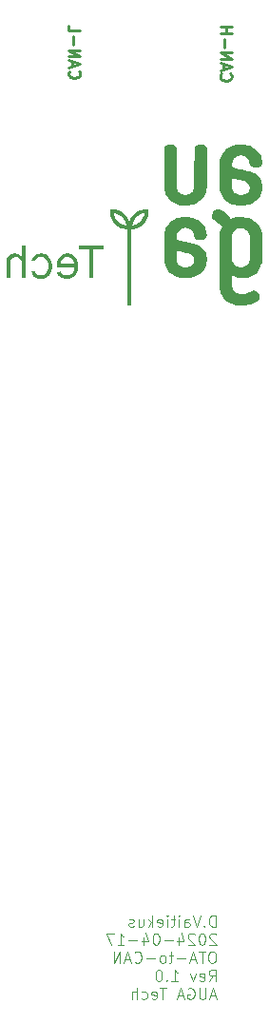
<source format=gbr>
%TF.GenerationSoftware,KiCad,Pcbnew,8.0.1*%
%TF.CreationDate,2024-04-17T14:21:35+03:00*%
%TF.ProjectId,PCB_Receiver,5043425f-5265-4636-9569-7665722e6b69,A*%
%TF.SameCoordinates,Original*%
%TF.FileFunction,Legend,Bot*%
%TF.FilePolarity,Positive*%
%FSLAX46Y46*%
G04 Gerber Fmt 4.6, Leading zero omitted, Abs format (unit mm)*
G04 Created by KiCad (PCBNEW 8.0.1) date 2024-04-17 14:21:35*
%MOMM*%
%LPD*%
G01*
G04 APERTURE LIST*
%ADD10C,0.250000*%
%ADD11C,0.100000*%
%ADD12C,0.000000*%
G04 APERTURE END LIST*
D10*
X138730619Y-52045425D02*
X138683000Y-52093044D01*
X138683000Y-52093044D02*
X138635380Y-52235901D01*
X138635380Y-52235901D02*
X138635380Y-52331139D01*
X138635380Y-52331139D02*
X138683000Y-52473996D01*
X138683000Y-52473996D02*
X138778238Y-52569234D01*
X138778238Y-52569234D02*
X138873476Y-52616853D01*
X138873476Y-52616853D02*
X139063952Y-52664472D01*
X139063952Y-52664472D02*
X139206809Y-52664472D01*
X139206809Y-52664472D02*
X139397285Y-52616853D01*
X139397285Y-52616853D02*
X139492523Y-52569234D01*
X139492523Y-52569234D02*
X139587761Y-52473996D01*
X139587761Y-52473996D02*
X139635380Y-52331139D01*
X139635380Y-52331139D02*
X139635380Y-52235901D01*
X139635380Y-52235901D02*
X139587761Y-52093044D01*
X139587761Y-52093044D02*
X139540142Y-52045425D01*
X138921095Y-51664472D02*
X138921095Y-51188282D01*
X138635380Y-51759710D02*
X139635380Y-51426377D01*
X139635380Y-51426377D02*
X138635380Y-51093044D01*
X138635380Y-50759710D02*
X139635380Y-50759710D01*
X139635380Y-50759710D02*
X138635380Y-50188282D01*
X138635380Y-50188282D02*
X139635380Y-50188282D01*
X139016333Y-49712091D02*
X139016333Y-48950187D01*
X138635380Y-48473996D02*
X139635380Y-48473996D01*
X139159190Y-48473996D02*
X139159190Y-47902568D01*
X138635380Y-47902568D02*
X139635380Y-47902568D01*
X125230619Y-51807330D02*
X125183000Y-51854949D01*
X125183000Y-51854949D02*
X125135380Y-51997806D01*
X125135380Y-51997806D02*
X125135380Y-52093044D01*
X125135380Y-52093044D02*
X125183000Y-52235901D01*
X125183000Y-52235901D02*
X125278238Y-52331139D01*
X125278238Y-52331139D02*
X125373476Y-52378758D01*
X125373476Y-52378758D02*
X125563952Y-52426377D01*
X125563952Y-52426377D02*
X125706809Y-52426377D01*
X125706809Y-52426377D02*
X125897285Y-52378758D01*
X125897285Y-52378758D02*
X125992523Y-52331139D01*
X125992523Y-52331139D02*
X126087761Y-52235901D01*
X126087761Y-52235901D02*
X126135380Y-52093044D01*
X126135380Y-52093044D02*
X126135380Y-51997806D01*
X126135380Y-51997806D02*
X126087761Y-51854949D01*
X126087761Y-51854949D02*
X126040142Y-51807330D01*
X125421095Y-51426377D02*
X125421095Y-50950187D01*
X125135380Y-51521615D02*
X126135380Y-51188282D01*
X126135380Y-51188282D02*
X125135380Y-50854949D01*
X125135380Y-50521615D02*
X126135380Y-50521615D01*
X126135380Y-50521615D02*
X125135380Y-49950187D01*
X125135380Y-49950187D02*
X126135380Y-49950187D01*
X125516333Y-49473996D02*
X125516333Y-48712092D01*
X125135380Y-47759711D02*
X125135380Y-48235901D01*
X125135380Y-48235901D02*
X126135380Y-48235901D01*
D11*
X138196115Y-127932643D02*
X138196115Y-126932643D01*
X138196115Y-126932643D02*
X137958020Y-126932643D01*
X137958020Y-126932643D02*
X137815163Y-126980262D01*
X137815163Y-126980262D02*
X137719925Y-127075500D01*
X137719925Y-127075500D02*
X137672306Y-127170738D01*
X137672306Y-127170738D02*
X137624687Y-127361214D01*
X137624687Y-127361214D02*
X137624687Y-127504071D01*
X137624687Y-127504071D02*
X137672306Y-127694547D01*
X137672306Y-127694547D02*
X137719925Y-127789785D01*
X137719925Y-127789785D02*
X137815163Y-127885024D01*
X137815163Y-127885024D02*
X137958020Y-127932643D01*
X137958020Y-127932643D02*
X138196115Y-127932643D01*
X137196115Y-127837404D02*
X137148496Y-127885024D01*
X137148496Y-127885024D02*
X137196115Y-127932643D01*
X137196115Y-127932643D02*
X137243734Y-127885024D01*
X137243734Y-127885024D02*
X137196115Y-127837404D01*
X137196115Y-127837404D02*
X137196115Y-127932643D01*
X136862782Y-126932643D02*
X136529449Y-127932643D01*
X136529449Y-127932643D02*
X136196116Y-126932643D01*
X135434211Y-127932643D02*
X135434211Y-127408833D01*
X135434211Y-127408833D02*
X135481830Y-127313595D01*
X135481830Y-127313595D02*
X135577068Y-127265976D01*
X135577068Y-127265976D02*
X135767544Y-127265976D01*
X135767544Y-127265976D02*
X135862782Y-127313595D01*
X135434211Y-127885024D02*
X135529449Y-127932643D01*
X135529449Y-127932643D02*
X135767544Y-127932643D01*
X135767544Y-127932643D02*
X135862782Y-127885024D01*
X135862782Y-127885024D02*
X135910401Y-127789785D01*
X135910401Y-127789785D02*
X135910401Y-127694547D01*
X135910401Y-127694547D02*
X135862782Y-127599309D01*
X135862782Y-127599309D02*
X135767544Y-127551690D01*
X135767544Y-127551690D02*
X135529449Y-127551690D01*
X135529449Y-127551690D02*
X135434211Y-127504071D01*
X134958020Y-127932643D02*
X134958020Y-127265976D01*
X134958020Y-126932643D02*
X135005639Y-126980262D01*
X135005639Y-126980262D02*
X134958020Y-127027881D01*
X134958020Y-127027881D02*
X134910401Y-126980262D01*
X134910401Y-126980262D02*
X134958020Y-126932643D01*
X134958020Y-126932643D02*
X134958020Y-127027881D01*
X134624687Y-127265976D02*
X134243735Y-127265976D01*
X134481830Y-126932643D02*
X134481830Y-127789785D01*
X134481830Y-127789785D02*
X134434211Y-127885024D01*
X134434211Y-127885024D02*
X134338973Y-127932643D01*
X134338973Y-127932643D02*
X134243735Y-127932643D01*
X133910401Y-127932643D02*
X133910401Y-127265976D01*
X133910401Y-126932643D02*
X133958020Y-126980262D01*
X133958020Y-126980262D02*
X133910401Y-127027881D01*
X133910401Y-127027881D02*
X133862782Y-126980262D01*
X133862782Y-126980262D02*
X133910401Y-126932643D01*
X133910401Y-126932643D02*
X133910401Y-127027881D01*
X133053259Y-127885024D02*
X133148497Y-127932643D01*
X133148497Y-127932643D02*
X133338973Y-127932643D01*
X133338973Y-127932643D02*
X133434211Y-127885024D01*
X133434211Y-127885024D02*
X133481830Y-127789785D01*
X133481830Y-127789785D02*
X133481830Y-127408833D01*
X133481830Y-127408833D02*
X133434211Y-127313595D01*
X133434211Y-127313595D02*
X133338973Y-127265976D01*
X133338973Y-127265976D02*
X133148497Y-127265976D01*
X133148497Y-127265976D02*
X133053259Y-127313595D01*
X133053259Y-127313595D02*
X133005640Y-127408833D01*
X133005640Y-127408833D02*
X133005640Y-127504071D01*
X133005640Y-127504071D02*
X133481830Y-127599309D01*
X132577068Y-127932643D02*
X132577068Y-126932643D01*
X132481830Y-127551690D02*
X132196116Y-127932643D01*
X132196116Y-127265976D02*
X132577068Y-127646928D01*
X131338973Y-127265976D02*
X131338973Y-127932643D01*
X131767544Y-127265976D02*
X131767544Y-127789785D01*
X131767544Y-127789785D02*
X131719925Y-127885024D01*
X131719925Y-127885024D02*
X131624687Y-127932643D01*
X131624687Y-127932643D02*
X131481830Y-127932643D01*
X131481830Y-127932643D02*
X131386592Y-127885024D01*
X131386592Y-127885024D02*
X131338973Y-127837404D01*
X130910401Y-127885024D02*
X130815163Y-127932643D01*
X130815163Y-127932643D02*
X130624687Y-127932643D01*
X130624687Y-127932643D02*
X130529449Y-127885024D01*
X130529449Y-127885024D02*
X130481830Y-127789785D01*
X130481830Y-127789785D02*
X130481830Y-127742166D01*
X130481830Y-127742166D02*
X130529449Y-127646928D01*
X130529449Y-127646928D02*
X130624687Y-127599309D01*
X130624687Y-127599309D02*
X130767544Y-127599309D01*
X130767544Y-127599309D02*
X130862782Y-127551690D01*
X130862782Y-127551690D02*
X130910401Y-127456452D01*
X130910401Y-127456452D02*
X130910401Y-127408833D01*
X130910401Y-127408833D02*
X130862782Y-127313595D01*
X130862782Y-127313595D02*
X130767544Y-127265976D01*
X130767544Y-127265976D02*
X130624687Y-127265976D01*
X130624687Y-127265976D02*
X130529449Y-127313595D01*
X138243734Y-128637825D02*
X138196115Y-128590206D01*
X138196115Y-128590206D02*
X138100877Y-128542587D01*
X138100877Y-128542587D02*
X137862782Y-128542587D01*
X137862782Y-128542587D02*
X137767544Y-128590206D01*
X137767544Y-128590206D02*
X137719925Y-128637825D01*
X137719925Y-128637825D02*
X137672306Y-128733063D01*
X137672306Y-128733063D02*
X137672306Y-128828301D01*
X137672306Y-128828301D02*
X137719925Y-128971158D01*
X137719925Y-128971158D02*
X138291353Y-129542587D01*
X138291353Y-129542587D02*
X137672306Y-129542587D01*
X137053258Y-128542587D02*
X136958020Y-128542587D01*
X136958020Y-128542587D02*
X136862782Y-128590206D01*
X136862782Y-128590206D02*
X136815163Y-128637825D01*
X136815163Y-128637825D02*
X136767544Y-128733063D01*
X136767544Y-128733063D02*
X136719925Y-128923539D01*
X136719925Y-128923539D02*
X136719925Y-129161634D01*
X136719925Y-129161634D02*
X136767544Y-129352110D01*
X136767544Y-129352110D02*
X136815163Y-129447348D01*
X136815163Y-129447348D02*
X136862782Y-129494968D01*
X136862782Y-129494968D02*
X136958020Y-129542587D01*
X136958020Y-129542587D02*
X137053258Y-129542587D01*
X137053258Y-129542587D02*
X137148496Y-129494968D01*
X137148496Y-129494968D02*
X137196115Y-129447348D01*
X137196115Y-129447348D02*
X137243734Y-129352110D01*
X137243734Y-129352110D02*
X137291353Y-129161634D01*
X137291353Y-129161634D02*
X137291353Y-128923539D01*
X137291353Y-128923539D02*
X137243734Y-128733063D01*
X137243734Y-128733063D02*
X137196115Y-128637825D01*
X137196115Y-128637825D02*
X137148496Y-128590206D01*
X137148496Y-128590206D02*
X137053258Y-128542587D01*
X136338972Y-128637825D02*
X136291353Y-128590206D01*
X136291353Y-128590206D02*
X136196115Y-128542587D01*
X136196115Y-128542587D02*
X135958020Y-128542587D01*
X135958020Y-128542587D02*
X135862782Y-128590206D01*
X135862782Y-128590206D02*
X135815163Y-128637825D01*
X135815163Y-128637825D02*
X135767544Y-128733063D01*
X135767544Y-128733063D02*
X135767544Y-128828301D01*
X135767544Y-128828301D02*
X135815163Y-128971158D01*
X135815163Y-128971158D02*
X136386591Y-129542587D01*
X136386591Y-129542587D02*
X135767544Y-129542587D01*
X134910401Y-128875920D02*
X134910401Y-129542587D01*
X135148496Y-128494968D02*
X135386591Y-129209253D01*
X135386591Y-129209253D02*
X134767544Y-129209253D01*
X134386591Y-129161634D02*
X133624687Y-129161634D01*
X132958020Y-128542587D02*
X132862782Y-128542587D01*
X132862782Y-128542587D02*
X132767544Y-128590206D01*
X132767544Y-128590206D02*
X132719925Y-128637825D01*
X132719925Y-128637825D02*
X132672306Y-128733063D01*
X132672306Y-128733063D02*
X132624687Y-128923539D01*
X132624687Y-128923539D02*
X132624687Y-129161634D01*
X132624687Y-129161634D02*
X132672306Y-129352110D01*
X132672306Y-129352110D02*
X132719925Y-129447348D01*
X132719925Y-129447348D02*
X132767544Y-129494968D01*
X132767544Y-129494968D02*
X132862782Y-129542587D01*
X132862782Y-129542587D02*
X132958020Y-129542587D01*
X132958020Y-129542587D02*
X133053258Y-129494968D01*
X133053258Y-129494968D02*
X133100877Y-129447348D01*
X133100877Y-129447348D02*
X133148496Y-129352110D01*
X133148496Y-129352110D02*
X133196115Y-129161634D01*
X133196115Y-129161634D02*
X133196115Y-128923539D01*
X133196115Y-128923539D02*
X133148496Y-128733063D01*
X133148496Y-128733063D02*
X133100877Y-128637825D01*
X133100877Y-128637825D02*
X133053258Y-128590206D01*
X133053258Y-128590206D02*
X132958020Y-128542587D01*
X131767544Y-128875920D02*
X131767544Y-129542587D01*
X132005639Y-128494968D02*
X132243734Y-129209253D01*
X132243734Y-129209253D02*
X131624687Y-129209253D01*
X131243734Y-129161634D02*
X130481830Y-129161634D01*
X129481830Y-129542587D02*
X130053258Y-129542587D01*
X129767544Y-129542587D02*
X129767544Y-128542587D01*
X129767544Y-128542587D02*
X129862782Y-128685444D01*
X129862782Y-128685444D02*
X129958020Y-128780682D01*
X129958020Y-128780682D02*
X130053258Y-128828301D01*
X129148496Y-128542587D02*
X128481830Y-128542587D01*
X128481830Y-128542587D02*
X128910401Y-129542587D01*
X138005639Y-130152531D02*
X137815163Y-130152531D01*
X137815163Y-130152531D02*
X137719925Y-130200150D01*
X137719925Y-130200150D02*
X137624687Y-130295388D01*
X137624687Y-130295388D02*
X137577068Y-130485864D01*
X137577068Y-130485864D02*
X137577068Y-130819197D01*
X137577068Y-130819197D02*
X137624687Y-131009673D01*
X137624687Y-131009673D02*
X137719925Y-131104912D01*
X137719925Y-131104912D02*
X137815163Y-131152531D01*
X137815163Y-131152531D02*
X138005639Y-131152531D01*
X138005639Y-131152531D02*
X138100877Y-131104912D01*
X138100877Y-131104912D02*
X138196115Y-131009673D01*
X138196115Y-131009673D02*
X138243734Y-130819197D01*
X138243734Y-130819197D02*
X138243734Y-130485864D01*
X138243734Y-130485864D02*
X138196115Y-130295388D01*
X138196115Y-130295388D02*
X138100877Y-130200150D01*
X138100877Y-130200150D02*
X138005639Y-130152531D01*
X137291353Y-130152531D02*
X136719925Y-130152531D01*
X137005639Y-131152531D02*
X137005639Y-130152531D01*
X136434210Y-130866816D02*
X135958020Y-130866816D01*
X136529448Y-131152531D02*
X136196115Y-130152531D01*
X136196115Y-130152531D02*
X135862782Y-131152531D01*
X135529448Y-130771578D02*
X134767544Y-130771578D01*
X134434210Y-130485864D02*
X134053258Y-130485864D01*
X134291353Y-130152531D02*
X134291353Y-131009673D01*
X134291353Y-131009673D02*
X134243734Y-131104912D01*
X134243734Y-131104912D02*
X134148496Y-131152531D01*
X134148496Y-131152531D02*
X134053258Y-131152531D01*
X133577067Y-131152531D02*
X133672305Y-131104912D01*
X133672305Y-131104912D02*
X133719924Y-131057292D01*
X133719924Y-131057292D02*
X133767543Y-130962054D01*
X133767543Y-130962054D02*
X133767543Y-130676340D01*
X133767543Y-130676340D02*
X133719924Y-130581102D01*
X133719924Y-130581102D02*
X133672305Y-130533483D01*
X133672305Y-130533483D02*
X133577067Y-130485864D01*
X133577067Y-130485864D02*
X133434210Y-130485864D01*
X133434210Y-130485864D02*
X133338972Y-130533483D01*
X133338972Y-130533483D02*
X133291353Y-130581102D01*
X133291353Y-130581102D02*
X133243734Y-130676340D01*
X133243734Y-130676340D02*
X133243734Y-130962054D01*
X133243734Y-130962054D02*
X133291353Y-131057292D01*
X133291353Y-131057292D02*
X133338972Y-131104912D01*
X133338972Y-131104912D02*
X133434210Y-131152531D01*
X133434210Y-131152531D02*
X133577067Y-131152531D01*
X132815162Y-130771578D02*
X132053258Y-130771578D01*
X131005639Y-131057292D02*
X131053258Y-131104912D01*
X131053258Y-131104912D02*
X131196115Y-131152531D01*
X131196115Y-131152531D02*
X131291353Y-131152531D01*
X131291353Y-131152531D02*
X131434210Y-131104912D01*
X131434210Y-131104912D02*
X131529448Y-131009673D01*
X131529448Y-131009673D02*
X131577067Y-130914435D01*
X131577067Y-130914435D02*
X131624686Y-130723959D01*
X131624686Y-130723959D02*
X131624686Y-130581102D01*
X131624686Y-130581102D02*
X131577067Y-130390626D01*
X131577067Y-130390626D02*
X131529448Y-130295388D01*
X131529448Y-130295388D02*
X131434210Y-130200150D01*
X131434210Y-130200150D02*
X131291353Y-130152531D01*
X131291353Y-130152531D02*
X131196115Y-130152531D01*
X131196115Y-130152531D02*
X131053258Y-130200150D01*
X131053258Y-130200150D02*
X131005639Y-130247769D01*
X130624686Y-130866816D02*
X130148496Y-130866816D01*
X130719924Y-131152531D02*
X130386591Y-130152531D01*
X130386591Y-130152531D02*
X130053258Y-131152531D01*
X129719924Y-131152531D02*
X129719924Y-130152531D01*
X129719924Y-130152531D02*
X129148496Y-131152531D01*
X129148496Y-131152531D02*
X129148496Y-130152531D01*
X137624687Y-132762475D02*
X137958020Y-132286284D01*
X138196115Y-132762475D02*
X138196115Y-131762475D01*
X138196115Y-131762475D02*
X137815163Y-131762475D01*
X137815163Y-131762475D02*
X137719925Y-131810094D01*
X137719925Y-131810094D02*
X137672306Y-131857713D01*
X137672306Y-131857713D02*
X137624687Y-131952951D01*
X137624687Y-131952951D02*
X137624687Y-132095808D01*
X137624687Y-132095808D02*
X137672306Y-132191046D01*
X137672306Y-132191046D02*
X137719925Y-132238665D01*
X137719925Y-132238665D02*
X137815163Y-132286284D01*
X137815163Y-132286284D02*
X138196115Y-132286284D01*
X136815163Y-132714856D02*
X136910401Y-132762475D01*
X136910401Y-132762475D02*
X137100877Y-132762475D01*
X137100877Y-132762475D02*
X137196115Y-132714856D01*
X137196115Y-132714856D02*
X137243734Y-132619617D01*
X137243734Y-132619617D02*
X137243734Y-132238665D01*
X137243734Y-132238665D02*
X137196115Y-132143427D01*
X137196115Y-132143427D02*
X137100877Y-132095808D01*
X137100877Y-132095808D02*
X136910401Y-132095808D01*
X136910401Y-132095808D02*
X136815163Y-132143427D01*
X136815163Y-132143427D02*
X136767544Y-132238665D01*
X136767544Y-132238665D02*
X136767544Y-132333903D01*
X136767544Y-132333903D02*
X137243734Y-132429141D01*
X136434210Y-132095808D02*
X136196115Y-132762475D01*
X136196115Y-132762475D02*
X135958020Y-132095808D01*
X134291353Y-132762475D02*
X134862781Y-132762475D01*
X134577067Y-132762475D02*
X134577067Y-131762475D01*
X134577067Y-131762475D02*
X134672305Y-131905332D01*
X134672305Y-131905332D02*
X134767543Y-132000570D01*
X134767543Y-132000570D02*
X134862781Y-132048189D01*
X133862781Y-132667236D02*
X133815162Y-132714856D01*
X133815162Y-132714856D02*
X133862781Y-132762475D01*
X133862781Y-132762475D02*
X133910400Y-132714856D01*
X133910400Y-132714856D02*
X133862781Y-132667236D01*
X133862781Y-132667236D02*
X133862781Y-132762475D01*
X133196115Y-131762475D02*
X133100877Y-131762475D01*
X133100877Y-131762475D02*
X133005639Y-131810094D01*
X133005639Y-131810094D02*
X132958020Y-131857713D01*
X132958020Y-131857713D02*
X132910401Y-131952951D01*
X132910401Y-131952951D02*
X132862782Y-132143427D01*
X132862782Y-132143427D02*
X132862782Y-132381522D01*
X132862782Y-132381522D02*
X132910401Y-132571998D01*
X132910401Y-132571998D02*
X132958020Y-132667236D01*
X132958020Y-132667236D02*
X133005639Y-132714856D01*
X133005639Y-132714856D02*
X133100877Y-132762475D01*
X133100877Y-132762475D02*
X133196115Y-132762475D01*
X133196115Y-132762475D02*
X133291353Y-132714856D01*
X133291353Y-132714856D02*
X133338972Y-132667236D01*
X133338972Y-132667236D02*
X133386591Y-132571998D01*
X133386591Y-132571998D02*
X133434210Y-132381522D01*
X133434210Y-132381522D02*
X133434210Y-132143427D01*
X133434210Y-132143427D02*
X133386591Y-131952951D01*
X133386591Y-131952951D02*
X133338972Y-131857713D01*
X133338972Y-131857713D02*
X133291353Y-131810094D01*
X133291353Y-131810094D02*
X133196115Y-131762475D01*
X138243734Y-134086704D02*
X137767544Y-134086704D01*
X138338972Y-134372419D02*
X138005639Y-133372419D01*
X138005639Y-133372419D02*
X137672306Y-134372419D01*
X137338972Y-133372419D02*
X137338972Y-134181942D01*
X137338972Y-134181942D02*
X137291353Y-134277180D01*
X137291353Y-134277180D02*
X137243734Y-134324800D01*
X137243734Y-134324800D02*
X137148496Y-134372419D01*
X137148496Y-134372419D02*
X136958020Y-134372419D01*
X136958020Y-134372419D02*
X136862782Y-134324800D01*
X136862782Y-134324800D02*
X136815163Y-134277180D01*
X136815163Y-134277180D02*
X136767544Y-134181942D01*
X136767544Y-134181942D02*
X136767544Y-133372419D01*
X135767544Y-133420038D02*
X135862782Y-133372419D01*
X135862782Y-133372419D02*
X136005639Y-133372419D01*
X136005639Y-133372419D02*
X136148496Y-133420038D01*
X136148496Y-133420038D02*
X136243734Y-133515276D01*
X136243734Y-133515276D02*
X136291353Y-133610514D01*
X136291353Y-133610514D02*
X136338972Y-133800990D01*
X136338972Y-133800990D02*
X136338972Y-133943847D01*
X136338972Y-133943847D02*
X136291353Y-134134323D01*
X136291353Y-134134323D02*
X136243734Y-134229561D01*
X136243734Y-134229561D02*
X136148496Y-134324800D01*
X136148496Y-134324800D02*
X136005639Y-134372419D01*
X136005639Y-134372419D02*
X135910401Y-134372419D01*
X135910401Y-134372419D02*
X135767544Y-134324800D01*
X135767544Y-134324800D02*
X135719925Y-134277180D01*
X135719925Y-134277180D02*
X135719925Y-133943847D01*
X135719925Y-133943847D02*
X135910401Y-133943847D01*
X135338972Y-134086704D02*
X134862782Y-134086704D01*
X135434210Y-134372419D02*
X135100877Y-133372419D01*
X135100877Y-133372419D02*
X134767544Y-134372419D01*
X133815162Y-133372419D02*
X133243734Y-133372419D01*
X133529448Y-134372419D02*
X133529448Y-133372419D01*
X132529448Y-134324800D02*
X132624686Y-134372419D01*
X132624686Y-134372419D02*
X132815162Y-134372419D01*
X132815162Y-134372419D02*
X132910400Y-134324800D01*
X132910400Y-134324800D02*
X132958019Y-134229561D01*
X132958019Y-134229561D02*
X132958019Y-133848609D01*
X132958019Y-133848609D02*
X132910400Y-133753371D01*
X132910400Y-133753371D02*
X132815162Y-133705752D01*
X132815162Y-133705752D02*
X132624686Y-133705752D01*
X132624686Y-133705752D02*
X132529448Y-133753371D01*
X132529448Y-133753371D02*
X132481829Y-133848609D01*
X132481829Y-133848609D02*
X132481829Y-133943847D01*
X132481829Y-133943847D02*
X132958019Y-134039085D01*
X131624686Y-134324800D02*
X131719924Y-134372419D01*
X131719924Y-134372419D02*
X131910400Y-134372419D01*
X131910400Y-134372419D02*
X132005638Y-134324800D01*
X132005638Y-134324800D02*
X132053257Y-134277180D01*
X132053257Y-134277180D02*
X132100876Y-134181942D01*
X132100876Y-134181942D02*
X132100876Y-133896228D01*
X132100876Y-133896228D02*
X132053257Y-133800990D01*
X132053257Y-133800990D02*
X132005638Y-133753371D01*
X132005638Y-133753371D02*
X131910400Y-133705752D01*
X131910400Y-133705752D02*
X131719924Y-133705752D01*
X131719924Y-133705752D02*
X131624686Y-133753371D01*
X131196114Y-134372419D02*
X131196114Y-133372419D01*
X130767543Y-134372419D02*
X130767543Y-133848609D01*
X130767543Y-133848609D02*
X130815162Y-133753371D01*
X130815162Y-133753371D02*
X130910400Y-133705752D01*
X130910400Y-133705752D02*
X131053257Y-133705752D01*
X131053257Y-133705752D02*
X131148495Y-133753371D01*
X131148495Y-133753371D02*
X131196114Y-133800990D01*
D12*
%TO.C,G1*%
G36*
X128238550Y-67493158D02*
G01*
X128238550Y-67646316D01*
X127781644Y-67649824D01*
X127324737Y-67653333D01*
X127321336Y-68950000D01*
X127317935Y-70246666D01*
X127144643Y-70246666D01*
X126971350Y-70246666D01*
X126967949Y-68950000D01*
X126964548Y-67653333D01*
X126507642Y-67649824D01*
X126050735Y-67646316D01*
X126050735Y-67493158D01*
X126050735Y-67340000D01*
X127144643Y-67340000D01*
X128238550Y-67340000D01*
X128238550Y-67493158D01*
G37*
G36*
X121314916Y-68793743D02*
G01*
X121314916Y-70247487D01*
X121151497Y-70243743D01*
X120988078Y-70240000D01*
X120981038Y-69500000D01*
X120980213Y-69418425D01*
X120978072Y-69245173D01*
X120975634Y-69095552D01*
X120972912Y-68970068D01*
X120969921Y-68869227D01*
X120966674Y-68793535D01*
X120963187Y-68743498D01*
X120959472Y-68719620D01*
X120948224Y-68690406D01*
X120889894Y-68580315D01*
X120814226Y-68489978D01*
X120722600Y-68420270D01*
X120616394Y-68372064D01*
X120496990Y-68346235D01*
X120365767Y-68343655D01*
X120267212Y-68358851D01*
X120163691Y-68396961D01*
X120075405Y-68455778D01*
X120004115Y-68534079D01*
X119951584Y-68630644D01*
X119951241Y-68631492D01*
X119944786Y-68647930D01*
X119939296Y-68664232D01*
X119934670Y-68682631D01*
X119930810Y-68705361D01*
X119927617Y-68734655D01*
X119924992Y-68772746D01*
X119922835Y-68821868D01*
X119921048Y-68884255D01*
X119919530Y-68962141D01*
X119918184Y-69057757D01*
X119916910Y-69173339D01*
X119915608Y-69311120D01*
X119914181Y-69473333D01*
X119907510Y-70240000D01*
X119744091Y-70243743D01*
X119580672Y-70247487D01*
X119580672Y-69466375D01*
X119580672Y-69459059D01*
X119580765Y-69291444D01*
X119581066Y-69148189D01*
X119581629Y-69027077D01*
X119582509Y-68925891D01*
X119583760Y-68842414D01*
X119585437Y-68774430D01*
X119587592Y-68719720D01*
X119590281Y-68676069D01*
X119593556Y-68641260D01*
X119597474Y-68613075D01*
X119602087Y-68589298D01*
X119628991Y-68494354D01*
X119684854Y-68370770D01*
X119759765Y-68264950D01*
X119852755Y-68177935D01*
X119962860Y-68110766D01*
X120089111Y-68064485D01*
X120155746Y-68050742D01*
X120266195Y-68040691D01*
X120382593Y-68042686D01*
X120497217Y-68056086D01*
X120602346Y-68080246D01*
X120690257Y-68114524D01*
X120691640Y-68115235D01*
X120752685Y-68155224D01*
X120816807Y-68211100D01*
X120875780Y-68274885D01*
X120921376Y-68338604D01*
X120939928Y-68368218D01*
X120959784Y-68395695D01*
X120971402Y-68406402D01*
X120972179Y-68404819D01*
X120974310Y-68383375D01*
X120976258Y-68339069D01*
X120977970Y-68274722D01*
X120979395Y-68193154D01*
X120980478Y-68097187D01*
X120981166Y-67989639D01*
X120981407Y-67873333D01*
X120981407Y-67340000D01*
X121148162Y-67340000D01*
X121314916Y-67340000D01*
X121314916Y-68793743D01*
G37*
G36*
X122827323Y-68050371D02*
G01*
X122935298Y-68071767D01*
X122957660Y-68078284D01*
X123102418Y-68134938D01*
X123230792Y-68212305D01*
X123343326Y-68310850D01*
X123440564Y-68431038D01*
X123523052Y-68573333D01*
X123562193Y-68658936D01*
X123594412Y-68746387D01*
X123617226Y-68834459D01*
X123631924Y-68929578D01*
X123639798Y-69038172D01*
X123642136Y-69166666D01*
X123640695Y-69270392D01*
X123634143Y-69381981D01*
X123621160Y-69478802D01*
X123600512Y-69567292D01*
X123570966Y-69653887D01*
X123531287Y-69745026D01*
X123491549Y-69821097D01*
X123402479Y-69951285D01*
X123296707Y-70062213D01*
X123175890Y-70152521D01*
X123041684Y-70220853D01*
X122895746Y-70265850D01*
X122824688Y-70276898D01*
X122737363Y-70282096D01*
X122628939Y-70281698D01*
X122567296Y-70279654D01*
X122502177Y-70275438D01*
X122449766Y-70268474D01*
X122402068Y-70257613D01*
X122351089Y-70241702D01*
X122339654Y-70237721D01*
X122209378Y-70178881D01*
X122093089Y-70101276D01*
X121993212Y-70007557D01*
X121912170Y-69900380D01*
X121852387Y-69782397D01*
X121816287Y-69656263D01*
X121807148Y-69605859D01*
X121976090Y-69609596D01*
X122145033Y-69613333D01*
X122171354Y-69683912D01*
X122178518Y-69701050D01*
X122219336Y-69768464D01*
X122276525Y-69834553D01*
X122342924Y-69891887D01*
X122411372Y-69933032D01*
X122423201Y-69938258D01*
X122539079Y-69974047D01*
X122660216Y-69986174D01*
X122781531Y-69975056D01*
X122897939Y-69941104D01*
X123004359Y-69884735D01*
X123029112Y-69866763D01*
X123110469Y-69788743D01*
X123181986Y-69690038D01*
X123241083Y-69574672D01*
X123285184Y-69446666D01*
X123296408Y-69389085D01*
X123304979Y-69306977D01*
X123309425Y-69213190D01*
X123309735Y-69115329D01*
X123305904Y-69020997D01*
X123297922Y-68937797D01*
X123285782Y-68873333D01*
X123247448Y-68759721D01*
X123185390Y-68637698D01*
X123107600Y-68534396D01*
X123015482Y-68451303D01*
X122910439Y-68389907D01*
X122793876Y-68351698D01*
X122769966Y-68347335D01*
X122683330Y-68340865D01*
X122590970Y-68345467D01*
X122503246Y-68360214D01*
X122430520Y-68384180D01*
X122402709Y-68398140D01*
X122314255Y-68459562D01*
X122237725Y-68538650D01*
X122180090Y-68628599D01*
X122138354Y-68713333D01*
X121972371Y-68713333D01*
X121806388Y-68713333D01*
X121815555Y-68670000D01*
X121820320Y-68650345D01*
X121833506Y-68604388D01*
X121849343Y-68555567D01*
X121872331Y-68497771D01*
X121938821Y-68381922D01*
X122026817Y-68279900D01*
X122134609Y-68193198D01*
X122260491Y-68123311D01*
X122402754Y-68071731D01*
X122464262Y-68057666D01*
X122581410Y-68043319D01*
X122705896Y-68040888D01*
X122827323Y-68050371D01*
G37*
G36*
X125967036Y-69045827D02*
G01*
X125970272Y-69156761D01*
X125968432Y-69269182D01*
X125961522Y-69373933D01*
X125949549Y-69461860D01*
X125934909Y-69529284D01*
X125883486Y-69689469D01*
X125812379Y-69833215D01*
X125722599Y-69959440D01*
X125615155Y-70067063D01*
X125491060Y-70155000D01*
X125351322Y-70222172D01*
X125196954Y-70267495D01*
X125159989Y-70273456D01*
X125084644Y-70279609D01*
X124996213Y-70281784D01*
X124902614Y-70280172D01*
X124811768Y-70274970D01*
X124731594Y-70266372D01*
X124670010Y-70254571D01*
X124533580Y-70206489D01*
X124408277Y-70139138D01*
X124298562Y-70055275D01*
X124207574Y-69957303D01*
X124138451Y-69847625D01*
X124130561Y-69831388D01*
X124111337Y-69787431D01*
X124100220Y-69754798D01*
X124099419Y-69739600D01*
X124108663Y-69735251D01*
X124139757Y-69724642D01*
X124186558Y-69710518D01*
X124243120Y-69694735D01*
X124282742Y-69684053D01*
X124335785Y-69669668D01*
X124376108Y-69658627D01*
X124397187Y-69652713D01*
X124402778Y-69652146D01*
X124422960Y-69666050D01*
X124446320Y-69705138D01*
X124464985Y-69739998D01*
X124531242Y-69827387D01*
X124615757Y-69895877D01*
X124717662Y-69945008D01*
X124836088Y-69974318D01*
X124970168Y-69983347D01*
X125093658Y-69974152D01*
X125213081Y-69945358D01*
X125320061Y-69896161D01*
X125327416Y-69891711D01*
X125392594Y-69841762D01*
X125457703Y-69775763D01*
X125515324Y-69702047D01*
X125558034Y-69628946D01*
X125566287Y-69610394D01*
X125593118Y-69537091D01*
X125615560Y-69456892D01*
X125631032Y-69380012D01*
X125636953Y-69316666D01*
X125637185Y-69273333D01*
X124848372Y-69273333D01*
X124059560Y-69273333D01*
X124066540Y-69056666D01*
X124069506Y-68985407D01*
X124069927Y-68980000D01*
X124396533Y-68980000D01*
X125016859Y-68980000D01*
X125637185Y-68980000D01*
X125637185Y-68949467D01*
X125635489Y-68930651D01*
X125628274Y-68889839D01*
X125617320Y-68842709D01*
X125594546Y-68770729D01*
X125538433Y-68653919D01*
X125463991Y-68551568D01*
X125373843Y-68466435D01*
X125270616Y-68401277D01*
X125156933Y-68358854D01*
X125068998Y-68344542D01*
X124962828Y-68342939D01*
X124857466Y-68355454D01*
X124764204Y-68381438D01*
X124746128Y-68389118D01*
X124667712Y-68435542D01*
X124591776Y-68499312D01*
X124525645Y-68573551D01*
X124476643Y-68651385D01*
X124459997Y-68689519D01*
X124436477Y-68756941D01*
X124416367Y-68829305D01*
X124402263Y-68896896D01*
X124396765Y-68950000D01*
X124396533Y-68980000D01*
X124069927Y-68980000D01*
X124078298Y-68872478D01*
X124092690Y-68775729D01*
X124114123Y-68688527D01*
X124144037Y-68604240D01*
X124183870Y-68516235D01*
X124222714Y-68446209D01*
X124308939Y-68331412D01*
X124413220Y-68233627D01*
X124532966Y-68154162D01*
X124665586Y-68094327D01*
X124808491Y-68055432D01*
X124959089Y-68038785D01*
X125114791Y-68045696D01*
X125144767Y-68049695D01*
X125290902Y-68081334D01*
X125421380Y-68132301D01*
X125540307Y-68204540D01*
X125651788Y-68299996D01*
X125665055Y-68313320D01*
X125765871Y-68433505D01*
X125846245Y-68567754D01*
X125907239Y-68718158D01*
X125949917Y-68886811D01*
X125958719Y-68945534D01*
X125961577Y-68980000D01*
X125967036Y-69045827D01*
G37*
G36*
X132230678Y-64549426D02*
G01*
X132207754Y-64676616D01*
X132174443Y-64796013D01*
X132129063Y-64914476D01*
X132069932Y-65038861D01*
X132055734Y-65065844D01*
X131949173Y-65235959D01*
X131821964Y-65390631D01*
X131676214Y-65528075D01*
X131514033Y-65646504D01*
X131337526Y-65744134D01*
X131148804Y-65819179D01*
X131070184Y-65842442D01*
X130986011Y-65861993D01*
X130890728Y-65878672D01*
X130776549Y-65894045D01*
X130706512Y-65902502D01*
X130706512Y-69294584D01*
X130706512Y-72686666D01*
X130533088Y-72686666D01*
X130359664Y-72686666D01*
X130359664Y-69294584D01*
X130359664Y-65902502D01*
X130289627Y-65894045D01*
X130166855Y-65876899D01*
X130030990Y-65850371D01*
X129908651Y-65816338D01*
X129792668Y-65772736D01*
X129675872Y-65717504D01*
X129525119Y-65629385D01*
X129363913Y-65507903D01*
X129221862Y-65368862D01*
X129099686Y-65213500D01*
X128998108Y-65043053D01*
X128917848Y-64858760D01*
X128859627Y-64661857D01*
X128827786Y-64474850D01*
X129166733Y-64474850D01*
X129171248Y-64514283D01*
X129182738Y-64568076D01*
X129199881Y-64631301D01*
X129221355Y-64699030D01*
X129245840Y-64766336D01*
X129272014Y-64828291D01*
X129283216Y-64851874D01*
X129370314Y-65001334D01*
X129478066Y-65138200D01*
X129603333Y-65259752D01*
X129742976Y-65363266D01*
X129893857Y-65446022D01*
X130052836Y-65505298D01*
X130082543Y-65513568D01*
X130149866Y-65530004D01*
X130204839Y-65540129D01*
X130243139Y-65543245D01*
X130260440Y-65538660D01*
X130261704Y-65525369D01*
X130808465Y-65525369D01*
X130810467Y-65541545D01*
X130811286Y-65542131D01*
X130832328Y-65543814D01*
X130872185Y-65538489D01*
X130924958Y-65527516D01*
X130984745Y-65512258D01*
X131045644Y-65494076D01*
X131101756Y-65474332D01*
X131236990Y-65413059D01*
X131392009Y-65317396D01*
X131529865Y-65201861D01*
X131649322Y-65067688D01*
X131749146Y-64916112D01*
X131828100Y-64748368D01*
X131830044Y-64743311D01*
X131849707Y-64686508D01*
X131867675Y-64625490D01*
X131882585Y-64566156D01*
X131893076Y-64514403D01*
X131897785Y-64476129D01*
X131895349Y-64457232D01*
X131894050Y-64456408D01*
X131873689Y-64455454D01*
X131835664Y-64459619D01*
X131786979Y-64468196D01*
X131723565Y-64483091D01*
X131561969Y-64539211D01*
X131409522Y-64618035D01*
X131268625Y-64717163D01*
X131141684Y-64834189D01*
X131031102Y-64966712D01*
X130939283Y-65112329D01*
X130868630Y-65268637D01*
X130821548Y-65433232D01*
X130819585Y-65443050D01*
X130811743Y-65490206D01*
X130808604Y-65523876D01*
X130808465Y-65525369D01*
X130261704Y-65525369D01*
X130261846Y-65523876D01*
X130256809Y-65487605D01*
X130245798Y-65436740D01*
X130230338Y-65377099D01*
X130211958Y-65314499D01*
X130192182Y-65254758D01*
X130172539Y-65203693D01*
X130114847Y-65087737D01*
X130019745Y-64945155D01*
X129904993Y-64814406D01*
X129774228Y-64699031D01*
X129631085Y-64602571D01*
X129479202Y-64528567D01*
X129459509Y-64521081D01*
X129403687Y-64502371D01*
X129342930Y-64484700D01*
X129283291Y-64469538D01*
X129230821Y-64458355D01*
X129191573Y-64452623D01*
X129171597Y-64453813D01*
X129170515Y-64454705D01*
X129166733Y-64474850D01*
X128827786Y-64474850D01*
X128824165Y-64453582D01*
X128812185Y-64235172D01*
X128812185Y-64096312D01*
X129035635Y-64104224D01*
X129080324Y-64105992D01*
X129189658Y-64112634D01*
X129282742Y-64122785D01*
X129367207Y-64137694D01*
X129450684Y-64158606D01*
X129540801Y-64186768D01*
X129631080Y-64220534D01*
X129805330Y-64306269D01*
X129968984Y-64414329D01*
X130119480Y-64542395D01*
X130254257Y-64688153D01*
X130370749Y-64849284D01*
X130466396Y-65023473D01*
X130479088Y-65050965D01*
X130499971Y-65098380D01*
X130514377Y-65134100D01*
X130519748Y-65151964D01*
X130519905Y-65156876D01*
X130525580Y-65168482D01*
X130538192Y-65157515D01*
X130556087Y-65126132D01*
X130577611Y-65076492D01*
X130627467Y-64965698D01*
X130720847Y-64808189D01*
X130835400Y-64659717D01*
X130968015Y-64523370D01*
X131115581Y-64402232D01*
X131274987Y-64299390D01*
X131443122Y-64217930D01*
X131586114Y-64167340D01*
X131742911Y-64129483D01*
X131909500Y-64107523D01*
X132092488Y-64100264D01*
X132257822Y-64100000D01*
X132250299Y-64303333D01*
X132244895Y-64407588D01*
X132238025Y-64476129D01*
X132230678Y-64549426D01*
G37*
G36*
X134229460Y-58354558D02*
G01*
X134359753Y-58369630D01*
X134474540Y-58401201D01*
X134571886Y-58448419D01*
X134649856Y-58510432D01*
X134706517Y-58586389D01*
X134706548Y-58586446D01*
X134709745Y-58593938D01*
X134712638Y-58605036D01*
X134715250Y-58621097D01*
X134717602Y-58643479D01*
X134719716Y-58673536D01*
X134721615Y-58712626D01*
X134723320Y-58762105D01*
X134724854Y-58823329D01*
X134726238Y-58897656D01*
X134727494Y-58986441D01*
X134728645Y-59091041D01*
X134729712Y-59212812D01*
X134730717Y-59353111D01*
X134731683Y-59513294D01*
X134732631Y-59694718D01*
X134733583Y-59898740D01*
X134734562Y-60126714D01*
X134735589Y-60380000D01*
X134736458Y-60606704D01*
X134737320Y-60840808D01*
X134738120Y-61050949D01*
X134738934Y-61238569D01*
X134739840Y-61405105D01*
X134740914Y-61551998D01*
X134742234Y-61680686D01*
X134743875Y-61792608D01*
X134745915Y-61889204D01*
X134748431Y-61971913D01*
X134751499Y-62042174D01*
X134755196Y-62101426D01*
X134759599Y-62151109D01*
X134764785Y-62192662D01*
X134770831Y-62227524D01*
X134777813Y-62257134D01*
X134785808Y-62282931D01*
X134794894Y-62306355D01*
X134805146Y-62328845D01*
X134816642Y-62351840D01*
X134829459Y-62376780D01*
X134843673Y-62405102D01*
X134880421Y-62471313D01*
X134962611Y-62579015D01*
X135062112Y-62668380D01*
X135176404Y-62738012D01*
X135302967Y-62786515D01*
X135439282Y-62812493D01*
X135582827Y-62814551D01*
X135594027Y-62813700D01*
X135737536Y-62791209D01*
X135865492Y-62747812D01*
X135979876Y-62682637D01*
X136082668Y-62594813D01*
X136102339Y-62574182D01*
X136178722Y-62478033D01*
X136238152Y-62371279D01*
X136284898Y-62246571D01*
X136315594Y-62146666D01*
X136322529Y-60393333D01*
X136323450Y-60163052D01*
X136324403Y-59933865D01*
X136325315Y-59728713D01*
X136326211Y-59546218D01*
X136327116Y-59385002D01*
X136328053Y-59243686D01*
X136329046Y-59120891D01*
X136330120Y-59015240D01*
X136331299Y-58925354D01*
X136332607Y-58849855D01*
X136334068Y-58787364D01*
X136335707Y-58736502D01*
X136337547Y-58695891D01*
X136339614Y-58664154D01*
X136341930Y-58639910D01*
X136344521Y-58621783D01*
X136347410Y-58608393D01*
X136350622Y-58598363D01*
X136354181Y-58590313D01*
X136398225Y-58525266D01*
X136469141Y-58462292D01*
X136560700Y-58410973D01*
X136670443Y-58373000D01*
X136675486Y-58371729D01*
X136748000Y-58359820D01*
X136834962Y-58354399D01*
X136928240Y-58355162D01*
X137019700Y-58361803D01*
X137101211Y-58374019D01*
X137164640Y-58391504D01*
X137174904Y-58395553D01*
X137274782Y-58444853D01*
X137350729Y-58503223D01*
X137404164Y-58571733D01*
X137443546Y-58640000D01*
X137439610Y-60453333D01*
X137439579Y-60467439D01*
X137439020Y-60722369D01*
X137438491Y-60952117D01*
X137437968Y-61158091D01*
X137437428Y-61341699D01*
X137436846Y-61504352D01*
X137436200Y-61647459D01*
X137435465Y-61772429D01*
X137434618Y-61880671D01*
X137433635Y-61973595D01*
X137432492Y-62052609D01*
X137431166Y-62119124D01*
X137429632Y-62174548D01*
X137427868Y-62220291D01*
X137425849Y-62257761D01*
X137423552Y-62288369D01*
X137420953Y-62313523D01*
X137418029Y-62334633D01*
X137414755Y-62353107D01*
X137411108Y-62370357D01*
X137407064Y-62387789D01*
X137392929Y-62445315D01*
X137358269Y-62566610D01*
X137318268Y-62678158D01*
X137268867Y-62791824D01*
X137217652Y-62892010D01*
X137107649Y-63062887D01*
X136977069Y-63218405D01*
X136827360Y-63357567D01*
X136659969Y-63479378D01*
X136476344Y-63582843D01*
X136277933Y-63666963D01*
X136066183Y-63730744D01*
X135842542Y-63773190D01*
X135771984Y-63781096D01*
X135648377Y-63788943D01*
X135517059Y-63791363D01*
X135389237Y-63788233D01*
X135276118Y-63779429D01*
X135092137Y-63751141D01*
X134869987Y-63695866D01*
X134662760Y-63619784D01*
X134471322Y-63523656D01*
X134296540Y-63408237D01*
X134139278Y-63274285D01*
X134000404Y-63122560D01*
X133880783Y-62953817D01*
X133781280Y-62768816D01*
X133702763Y-62568314D01*
X133646096Y-62353068D01*
X133645543Y-62350327D01*
X133642277Y-62332164D01*
X133639326Y-62311238D01*
X133636672Y-62286143D01*
X133634292Y-62255474D01*
X133632168Y-62217824D01*
X133630277Y-62171787D01*
X133628600Y-62115957D01*
X133627116Y-62048928D01*
X133625805Y-61969294D01*
X133624647Y-61875648D01*
X133623620Y-61766584D01*
X133622704Y-61640697D01*
X133621878Y-61496580D01*
X133621123Y-61332827D01*
X133620418Y-61148032D01*
X133619741Y-60940789D01*
X133619074Y-60709691D01*
X133618394Y-60453333D01*
X133618363Y-60441391D01*
X133617659Y-60182696D01*
X133616993Y-59949257D01*
X133616434Y-59739721D01*
X133616046Y-59552737D01*
X133615898Y-59386952D01*
X133616054Y-59241014D01*
X133616581Y-59113571D01*
X133617545Y-59003272D01*
X133619014Y-58908764D01*
X133621052Y-58828695D01*
X133623727Y-58761714D01*
X133627105Y-58706468D01*
X133631252Y-58661604D01*
X133636235Y-58625773D01*
X133642119Y-58597620D01*
X133648972Y-58575794D01*
X133656859Y-58558944D01*
X133665847Y-58545717D01*
X133676002Y-58534760D01*
X133687390Y-58524723D01*
X133700079Y-58514253D01*
X133714133Y-58501999D01*
X133754341Y-58468180D01*
X133838526Y-58416054D01*
X133934463Y-58380373D01*
X134046057Y-58359884D01*
X134177214Y-58353333D01*
X134229460Y-58354558D01*
G37*
G36*
X137439159Y-68694698D02*
G01*
X137424731Y-68857220D01*
X137395193Y-69007467D01*
X137349452Y-69150988D01*
X137286414Y-69293333D01*
X137212876Y-69423917D01*
X137094959Y-69587228D01*
X136957073Y-69734323D01*
X136800478Y-69864416D01*
X136626435Y-69976719D01*
X136436204Y-70070447D01*
X136231047Y-70144813D01*
X136012223Y-70199030D01*
X135780994Y-70232314D01*
X135746653Y-70235136D01*
X135626945Y-70239895D01*
X135493972Y-70238980D01*
X135357318Y-70232765D01*
X135226569Y-70221630D01*
X135111309Y-70205951D01*
X135002019Y-70183338D01*
X134880871Y-70151201D01*
X134759700Y-70112857D01*
X134647376Y-70071119D01*
X134552770Y-70028800D01*
X134490337Y-69995959D01*
X134311098Y-69883432D01*
X134152106Y-69753858D01*
X134013138Y-69606944D01*
X133893972Y-69442395D01*
X133794384Y-69259917D01*
X133714153Y-69059217D01*
X133653055Y-68840000D01*
X133648983Y-68821751D01*
X133644168Y-68798643D01*
X133639970Y-68775058D01*
X133636339Y-68749124D01*
X133633223Y-68718971D01*
X133630570Y-68682728D01*
X133628328Y-68638525D01*
X133626448Y-68584491D01*
X133624876Y-68518756D01*
X133623561Y-68439449D01*
X133622453Y-68344699D01*
X133621499Y-68232635D01*
X133620647Y-68101388D01*
X133619847Y-67949086D01*
X133619047Y-67773859D01*
X133619024Y-67768431D01*
X134746535Y-67768431D01*
X134751842Y-68230882D01*
X134752638Y-68297120D01*
X134754298Y-68412313D01*
X134756165Y-68505342D01*
X134758402Y-68579218D01*
X134761172Y-68636951D01*
X134764638Y-68681552D01*
X134768964Y-68716031D01*
X134774312Y-68743399D01*
X134780845Y-68766666D01*
X134795320Y-68808054D01*
X134855638Y-68933942D01*
X134934088Y-69040351D01*
X135030405Y-69127028D01*
X135144323Y-69193720D01*
X135275578Y-69240171D01*
X135288227Y-69243222D01*
X135358642Y-69255151D01*
X135442516Y-69263416D01*
X135529970Y-69267501D01*
X135611124Y-69266890D01*
X135676100Y-69261068D01*
X135800829Y-69233430D01*
X135933068Y-69184539D01*
X136048622Y-69119016D01*
X136145227Y-69038183D01*
X136220619Y-68943360D01*
X136269874Y-68844384D01*
X136300799Y-68730874D01*
X136309692Y-68613612D01*
X136296157Y-68498225D01*
X136259794Y-68390336D01*
X136236604Y-68346387D01*
X136169898Y-68257161D01*
X136081686Y-68179687D01*
X135970751Y-68113002D01*
X135835872Y-68056148D01*
X135820824Y-68051209D01*
X135773257Y-68037389D01*
X135705662Y-68019144D01*
X135622025Y-67997497D01*
X135526328Y-67973471D01*
X135422556Y-67948088D01*
X135314692Y-67922371D01*
X135256513Y-67908593D01*
X135152441Y-67883488D01*
X135055698Y-67859586D01*
X134970020Y-67837839D01*
X134899140Y-67819203D01*
X134846794Y-67804633D01*
X134816715Y-67795083D01*
X134746535Y-67768431D01*
X133619024Y-67768431D01*
X133618196Y-67573836D01*
X133617871Y-67495562D01*
X133617096Y-67291103D01*
X133616604Y-67110711D01*
X133616485Y-66952465D01*
X133616828Y-66814444D01*
X133617721Y-66694726D01*
X133619253Y-66591392D01*
X133621512Y-66502519D01*
X133624588Y-66426187D01*
X133628570Y-66360474D01*
X133633545Y-66303461D01*
X133639603Y-66253224D01*
X133646833Y-66207845D01*
X133655324Y-66165400D01*
X133665163Y-66123970D01*
X133676441Y-66081634D01*
X133689245Y-66036470D01*
X133713663Y-65960386D01*
X133780965Y-65798275D01*
X133866734Y-65638086D01*
X133966598Y-65487527D01*
X134076183Y-65354310D01*
X134098097Y-65331405D01*
X134206664Y-65233767D01*
X134334614Y-65139720D01*
X134476040Y-65052963D01*
X134625040Y-64977194D01*
X134775710Y-64916112D01*
X134830486Y-64897995D01*
X135016205Y-64850497D01*
X135216264Y-64818139D01*
X135424646Y-64801252D01*
X135635338Y-64800166D01*
X135842322Y-64815211D01*
X136039584Y-64846717D01*
X136191524Y-64884335D01*
X136397843Y-64955698D01*
X136589850Y-65046743D01*
X136766063Y-65156381D01*
X136924999Y-65283525D01*
X137065174Y-65427087D01*
X137185107Y-65585979D01*
X137283315Y-65759114D01*
X137334507Y-65877941D01*
X137378461Y-66010999D01*
X137408816Y-66142346D01*
X137425083Y-66268060D01*
X137426775Y-66384222D01*
X137413405Y-66486912D01*
X137384484Y-66572212D01*
X137371785Y-66596154D01*
X137310991Y-66676617D01*
X137229317Y-66741883D01*
X137126146Y-66792363D01*
X137000860Y-66828470D01*
X136910587Y-66841416D01*
X136795082Y-66841441D01*
X136682122Y-66824572D01*
X136576166Y-66792247D01*
X136481678Y-66745904D01*
X136403119Y-66686984D01*
X136344951Y-66616926D01*
X136327312Y-66585168D01*
X136312386Y-66545859D01*
X136302089Y-66497159D01*
X136294064Y-66430429D01*
X136285826Y-66363490D01*
X136260757Y-66247648D01*
X136222510Y-66148646D01*
X136169377Y-66061424D01*
X136119181Y-66001794D01*
X136023280Y-65919269D01*
X135911803Y-65853897D01*
X135788280Y-65806354D01*
X135656241Y-65777314D01*
X135519216Y-65767451D01*
X135380736Y-65777440D01*
X135244329Y-65807955D01*
X135113526Y-65859671D01*
X135077802Y-65878566D01*
X134976104Y-65950119D01*
X134893499Y-66038939D01*
X134829718Y-66145556D01*
X134784492Y-66270497D01*
X134757554Y-66414291D01*
X134748634Y-66577466D01*
X134749109Y-66638477D01*
X134751344Y-66686217D01*
X134756345Y-66719352D01*
X134765113Y-66744209D01*
X134778650Y-66767117D01*
X134791305Y-66782648D01*
X134829120Y-66815973D01*
X134872821Y-66843441D01*
X134901222Y-66854119D01*
X134955108Y-66870174D01*
X135032350Y-66890889D01*
X135131531Y-66915907D01*
X135251231Y-66944871D01*
X135390029Y-66977421D01*
X135546508Y-67013202D01*
X135627607Y-67031549D01*
X135781610Y-67066468D01*
X135913007Y-67096431D01*
X136024132Y-67122026D01*
X136117316Y-67143841D01*
X136194892Y-67162465D01*
X136259192Y-67178485D01*
X136312549Y-67192489D01*
X136357294Y-67205067D01*
X136395761Y-67216806D01*
X136430282Y-67228295D01*
X136463188Y-67240121D01*
X136496813Y-67252873D01*
X136530594Y-67266202D01*
X136723916Y-67355453D01*
X136894303Y-67457926D01*
X137041662Y-67573538D01*
X137165902Y-67702209D01*
X137266929Y-67843856D01*
X137344649Y-67998396D01*
X137348708Y-68008381D01*
X137381198Y-68097865D01*
X137405286Y-68186564D01*
X137422220Y-68281285D01*
X137433250Y-68388838D01*
X137439625Y-68516031D01*
X137439370Y-68613612D01*
X137439159Y-68694698D01*
G37*
G36*
X142378641Y-62174621D02*
G01*
X142373629Y-62296151D01*
X142361026Y-62401809D01*
X142334914Y-62525200D01*
X142272743Y-62720993D01*
X142187940Y-62903381D01*
X142081220Y-63071553D01*
X141953294Y-63224701D01*
X141804875Y-63362015D01*
X141636675Y-63482687D01*
X141449407Y-63585906D01*
X141243784Y-63670863D01*
X141148198Y-63701036D01*
X141018067Y-63734185D01*
X140884004Y-63760984D01*
X140758456Y-63778667D01*
X140623752Y-63789142D01*
X140389548Y-63790840D01*
X140158730Y-63772086D01*
X139935352Y-63733473D01*
X139723472Y-63675591D01*
X139527143Y-63599034D01*
X139505170Y-63588680D01*
X139384100Y-63522592D01*
X139260399Y-63441638D01*
X139143559Y-63352434D01*
X139043071Y-63261597D01*
X138928538Y-63133985D01*
X138816072Y-62974933D01*
X138722519Y-62800184D01*
X138646881Y-62607835D01*
X138588158Y-62395986D01*
X138584134Y-62378046D01*
X138579456Y-62355504D01*
X138575374Y-62332205D01*
X138571839Y-62306300D01*
X138568802Y-62275937D01*
X138566212Y-62239266D01*
X138564022Y-62194436D01*
X138562181Y-62139597D01*
X138560640Y-62072896D01*
X138559350Y-61992485D01*
X138558262Y-61896511D01*
X138557326Y-61783125D01*
X138556493Y-61650475D01*
X138555714Y-61496711D01*
X138554939Y-61319982D01*
X138554925Y-61316433D01*
X139684559Y-61316433D01*
X139684790Y-61744883D01*
X139684883Y-61806588D01*
X139685691Y-61934381D01*
X139687628Y-62040193D01*
X139691070Y-62127306D01*
X139696391Y-62199005D01*
X139703966Y-62258574D01*
X139714171Y-62309297D01*
X139727381Y-62354458D01*
X139743970Y-62397340D01*
X139764314Y-62441227D01*
X139773371Y-62459051D01*
X139842055Y-62564314D01*
X139928388Y-62651141D01*
X140033979Y-62720887D01*
X140160437Y-62774910D01*
X140174910Y-62779719D01*
X140228984Y-62795190D01*
X140282674Y-62805306D01*
X140344991Y-62811431D01*
X140424947Y-62814928D01*
X140493611Y-62815751D01*
X140601277Y-62810281D01*
X140696360Y-62794516D01*
X140787162Y-62766831D01*
X140881986Y-62725606D01*
X140982456Y-62667430D01*
X141080522Y-62585787D01*
X141156297Y-62490978D01*
X141208996Y-62384281D01*
X141237833Y-62266974D01*
X141242021Y-62140333D01*
X141240010Y-62115584D01*
X141218242Y-62002717D01*
X141175933Y-61903015D01*
X141112060Y-61815307D01*
X141025599Y-61738420D01*
X140915525Y-61671183D01*
X140780815Y-61612423D01*
X140769061Y-61608267D01*
X140718765Y-61592624D01*
X140648272Y-61572721D01*
X140561942Y-61549703D01*
X140464134Y-61524716D01*
X140359208Y-61498904D01*
X140251523Y-61473413D01*
X140207710Y-61463184D01*
X140104008Y-61438422D01*
X140006819Y-61414476D01*
X139920047Y-61392352D01*
X139847595Y-61373057D01*
X139793366Y-61357598D01*
X139761266Y-61346981D01*
X139684559Y-61316433D01*
X138554925Y-61316433D01*
X138554120Y-61118438D01*
X138554029Y-61095656D01*
X138553281Y-60890165D01*
X138552777Y-60709365D01*
X138552537Y-60551467D01*
X138552583Y-60414681D01*
X138552937Y-60297219D01*
X138553619Y-60197290D01*
X138554652Y-60113106D01*
X138556055Y-60042877D01*
X138557852Y-59984814D01*
X138560062Y-59937128D01*
X138562708Y-59898030D01*
X138565811Y-59865729D01*
X138569391Y-59838438D01*
X138578438Y-59783616D01*
X138629082Y-59571832D01*
X138702056Y-59374010D01*
X138796572Y-59190954D01*
X138911839Y-59023464D01*
X139047069Y-58872344D01*
X139201472Y-58738394D01*
X139374257Y-58622418D01*
X139564637Y-58525216D01*
X139771820Y-58447591D01*
X139995018Y-58390345D01*
X140013827Y-58386595D01*
X140062531Y-58377739D01*
X140109121Y-58371088D01*
X140158396Y-58366346D01*
X140215153Y-58363217D01*
X140284192Y-58361405D01*
X140370311Y-58360614D01*
X140478309Y-58360549D01*
X140557972Y-58360968D01*
X140677823Y-58363334D01*
X140779660Y-58368422D01*
X140868947Y-58376982D01*
X140951148Y-58389764D01*
X141031727Y-58407518D01*
X141116146Y-58430993D01*
X141209871Y-58460940D01*
X141249780Y-58474710D01*
X141449133Y-58558202D01*
X141631848Y-58660001D01*
X141796832Y-58778847D01*
X141942991Y-58913480D01*
X142069235Y-59062640D01*
X142174471Y-59225068D01*
X142257605Y-59399503D01*
X142317545Y-59584686D01*
X142353199Y-59779357D01*
X142353730Y-59783977D01*
X142361942Y-59899919D01*
X142357023Y-59996742D01*
X142337947Y-60078951D01*
X142303686Y-60151048D01*
X142253211Y-60217538D01*
X142200242Y-60268559D01*
X142119772Y-60321995D01*
X142026070Y-60358674D01*
X141915809Y-60379799D01*
X141785662Y-60386574D01*
X141689499Y-60383394D01*
X141583788Y-60369067D01*
X141493813Y-60341696D01*
X141414539Y-60299635D01*
X141340926Y-60241239D01*
X141313271Y-60212898D01*
X141280536Y-60166613D01*
X141256272Y-60110737D01*
X141238224Y-60039596D01*
X141224134Y-59947517D01*
X141215719Y-59889563D01*
X141190183Y-59780730D01*
X141152234Y-59688673D01*
X141099126Y-59607564D01*
X141028112Y-59531576D01*
X140941457Y-59460360D01*
X140837874Y-59399070D01*
X140724492Y-59356896D01*
X140597135Y-59332334D01*
X140451628Y-59323880D01*
X140364462Y-59326358D01*
X140219900Y-59346272D01*
X140091965Y-59386344D01*
X139979748Y-59446899D01*
X139882342Y-59528263D01*
X139868566Y-59542693D01*
X139799907Y-59631273D01*
X139748084Y-59731924D01*
X139712188Y-59847419D01*
X139691315Y-59980534D01*
X139684559Y-60134042D01*
X139684671Y-60185059D01*
X139685787Y-60234872D01*
X139689117Y-60268420D01*
X139695871Y-60291675D01*
X139707256Y-60310606D01*
X139724483Y-60331185D01*
X139737504Y-60344352D01*
X139780912Y-60377760D01*
X139827870Y-60403712D01*
X139830647Y-60404808D01*
X139860475Y-60414026D01*
X139913070Y-60428218D01*
X139985658Y-60446710D01*
X140075468Y-60468824D01*
X140179726Y-60493885D01*
X140295659Y-60521218D01*
X140420493Y-60550148D01*
X140551457Y-60579998D01*
X140589535Y-60588614D01*
X140760914Y-60627702D01*
X140909181Y-60662178D01*
X141036827Y-60692749D01*
X141146346Y-60720123D01*
X141240230Y-60745006D01*
X141320973Y-60768106D01*
X141391065Y-60790129D01*
X141453002Y-60811782D01*
X141509274Y-60833773D01*
X141562375Y-60856808D01*
X141614797Y-60881595D01*
X141663189Y-60906134D01*
X141830705Y-61006762D01*
X141975358Y-61120802D01*
X142097604Y-61248785D01*
X142197896Y-61391243D01*
X142276692Y-61548707D01*
X142334445Y-61721709D01*
X142351542Y-61801998D01*
X142367256Y-61918824D01*
X142376403Y-62045939D01*
X142378045Y-62140333D01*
X142378641Y-62174621D01*
G37*
G36*
X142366684Y-68631563D02*
G01*
X142364718Y-68681032D01*
X142362368Y-68721685D01*
X142359601Y-68755338D01*
X142356382Y-68783805D01*
X142352678Y-68808903D01*
X142348456Y-68832445D01*
X142315591Y-68976409D01*
X142247414Y-69185280D01*
X142158712Y-69377652D01*
X142050302Y-69552784D01*
X141923000Y-69709932D01*
X141777623Y-69848353D01*
X141614985Y-69967307D01*
X141435904Y-70066049D01*
X141241195Y-70143839D01*
X141031675Y-70199932D01*
X140808160Y-70233588D01*
X140790418Y-70235200D01*
X140594449Y-70240504D01*
X140398760Y-70223826D01*
X140207421Y-70186179D01*
X140024501Y-70128577D01*
X139854070Y-70052035D01*
X139700197Y-69957565D01*
X139669143Y-69935370D01*
X139674758Y-70421018D01*
X139675939Y-70517041D01*
X139677915Y-70640589D01*
X139680519Y-70742836D01*
X139684177Y-70827000D01*
X139689312Y-70896296D01*
X139696350Y-70953942D01*
X139705714Y-71003155D01*
X139717829Y-71047150D01*
X139733120Y-71089145D01*
X139752011Y-71132356D01*
X139774927Y-71180000D01*
X139789003Y-71206753D01*
X139854011Y-71303345D01*
X139935944Y-71394511D01*
X140027900Y-71473262D01*
X140122980Y-71532605D01*
X140191482Y-71564658D01*
X140284409Y-71598908D01*
X140378926Y-71621217D01*
X140483110Y-71633333D01*
X140605042Y-71637008D01*
X140683536Y-71635688D01*
X140778600Y-71628920D01*
X140867251Y-71615018D01*
X140955206Y-71592440D01*
X141048182Y-71559646D01*
X141151894Y-71515096D01*
X141272059Y-71457249D01*
X141290094Y-71448255D01*
X141363976Y-71411714D01*
X141419965Y-71385145D01*
X141462964Y-71366846D01*
X141497875Y-71355115D01*
X141529599Y-71348250D01*
X141563040Y-71344549D01*
X141603099Y-71342309D01*
X141635432Y-71341000D01*
X141683010Y-71341150D01*
X141719852Y-71346523D01*
X141756399Y-71359139D01*
X141803097Y-71381020D01*
X141886779Y-71431621D01*
X141976301Y-71511844D01*
X142048302Y-71607939D01*
X142100493Y-71715981D01*
X142130582Y-71832042D01*
X142136281Y-71952200D01*
X142129481Y-72015838D01*
X142110693Y-72088864D01*
X142078072Y-72153327D01*
X142028717Y-72213387D01*
X141959732Y-72273203D01*
X141868217Y-72336935D01*
X141850279Y-72348335D01*
X141695668Y-72433126D01*
X141520373Y-72508047D01*
X141328543Y-72571697D01*
X141124326Y-72622676D01*
X140911870Y-72659586D01*
X140897173Y-72661161D01*
X140848005Y-72664128D01*
X140779699Y-72666354D01*
X140697426Y-72667738D01*
X140606355Y-72668175D01*
X140511660Y-72667563D01*
X140466148Y-72666944D01*
X140365529Y-72664946D01*
X140284418Y-72662060D01*
X140217654Y-72657911D01*
X140160075Y-72652123D01*
X140106519Y-72644322D01*
X140051824Y-72634131D01*
X139843256Y-72582146D01*
X139630184Y-72506146D01*
X139433278Y-72410727D01*
X139253490Y-72296582D01*
X139091776Y-72164409D01*
X138949088Y-72014901D01*
X138826382Y-71848755D01*
X138724610Y-71666666D01*
X138691778Y-71592831D01*
X138652945Y-71486534D01*
X138618546Y-71366660D01*
X138586528Y-71226666D01*
X138584800Y-71218249D01*
X138581478Y-71201179D01*
X138578448Y-71183387D01*
X138575695Y-71163637D01*
X138573202Y-71140695D01*
X138570953Y-71113324D01*
X138568932Y-71080290D01*
X138567122Y-71040356D01*
X138565508Y-70992288D01*
X138564072Y-70934849D01*
X138562800Y-70866805D01*
X138561674Y-70786920D01*
X138560679Y-70693959D01*
X138559798Y-70586685D01*
X138559015Y-70463864D01*
X138558314Y-70324260D01*
X138557679Y-70166638D01*
X138557093Y-69989762D01*
X138556540Y-69792397D01*
X138556004Y-69573307D01*
X138555469Y-69331256D01*
X138554919Y-69065010D01*
X138554337Y-68773333D01*
X138553897Y-68545091D01*
X138553408Y-68268611D01*
X138553025Y-68016661D01*
X138552755Y-67788029D01*
X138552607Y-67581503D01*
X138552588Y-67395872D01*
X138552642Y-67320052D01*
X139677868Y-67320052D01*
X139677888Y-67520000D01*
X139677889Y-67547089D01*
X139677934Y-67738879D01*
X139678081Y-67906105D01*
X139678366Y-68050625D01*
X139678828Y-68174298D01*
X139679505Y-68278982D01*
X139680436Y-68366537D01*
X139681659Y-68438821D01*
X139683211Y-68497692D01*
X139685131Y-68545009D01*
X139687458Y-68582630D01*
X139690229Y-68612415D01*
X139693483Y-68636221D01*
X139697258Y-68655908D01*
X139701591Y-68673333D01*
X139734796Y-68774151D01*
X139799168Y-68906231D01*
X139881730Y-69019521D01*
X139981777Y-69113271D01*
X140098606Y-69186729D01*
X140231512Y-69239145D01*
X140256061Y-69245218D01*
X140317684Y-69255389D01*
X140390812Y-69263133D01*
X140466026Y-69267761D01*
X140533905Y-69268588D01*
X140585031Y-69264926D01*
X140636620Y-69255411D01*
X140774700Y-69213040D01*
X140897846Y-69148928D01*
X141005068Y-69063963D01*
X141095376Y-68959038D01*
X141167779Y-68835041D01*
X141221287Y-68692865D01*
X141252048Y-68586666D01*
X141252048Y-67520000D01*
X141252048Y-66453333D01*
X141221287Y-66347134D01*
X141204566Y-66294392D01*
X141145222Y-66158113D01*
X141068324Y-66041896D01*
X140973802Y-65945664D01*
X140861586Y-65869341D01*
X140731609Y-65812853D01*
X140662485Y-65793129D01*
X140519686Y-65771943D01*
X140374407Y-65774533D01*
X140232073Y-65800581D01*
X140098109Y-65849772D01*
X140062372Y-65868750D01*
X139976540Y-65929416D01*
X139894968Y-66006400D01*
X139824439Y-66092800D01*
X139771738Y-66181718D01*
X139759256Y-66207953D01*
X139744325Y-66239585D01*
X139731340Y-66268923D01*
X139720163Y-66297898D01*
X139710660Y-66328441D01*
X139702695Y-66362482D01*
X139696133Y-66401952D01*
X139690839Y-66448782D01*
X139686677Y-66504902D01*
X139683511Y-66572243D01*
X139681207Y-66652736D01*
X139679629Y-66748312D01*
X139678641Y-66860900D01*
X139678109Y-66992433D01*
X139677896Y-67144840D01*
X139677868Y-67320052D01*
X138552642Y-67320052D01*
X138552706Y-67229924D01*
X138552970Y-67082447D01*
X138553386Y-66952229D01*
X138553963Y-66838058D01*
X138554709Y-66738723D01*
X138555632Y-66653012D01*
X138556739Y-66579713D01*
X138558038Y-66517614D01*
X138559537Y-66465503D01*
X138561245Y-66422170D01*
X138563168Y-66386401D01*
X138565315Y-66356985D01*
X138567694Y-66332710D01*
X138570312Y-66312365D01*
X138593736Y-66181517D01*
X138646072Y-65990041D01*
X138719989Y-65805264D01*
X138781018Y-65673845D01*
X138731376Y-65601804D01*
X138640980Y-65484807D01*
X138506075Y-65345966D01*
X138347418Y-65215611D01*
X138166170Y-65094784D01*
X138132283Y-65073963D01*
X138043148Y-65013088D01*
X137976157Y-64954885D01*
X137928732Y-64895581D01*
X137898293Y-64831403D01*
X137882259Y-64758578D01*
X137878053Y-64673333D01*
X137881532Y-64606393D01*
X137900394Y-64509760D01*
X137938159Y-64419934D01*
X137997742Y-64328512D01*
X138004612Y-64319538D01*
X138089315Y-64230510D01*
X138185166Y-64165142D01*
X138290028Y-64124023D01*
X138401769Y-64107741D01*
X138518252Y-64116885D01*
X138637342Y-64152045D01*
X138775761Y-64214649D01*
X138963894Y-64323174D01*
X139143960Y-64455838D01*
X139317464Y-64613664D01*
X139333522Y-64629890D01*
X139392588Y-64692070D01*
X139449847Y-64755766D01*
X139499456Y-64814347D01*
X139535572Y-64861184D01*
X139606701Y-64961706D01*
X139730129Y-64918725D01*
X139820743Y-64889498D01*
X140040460Y-64836536D01*
X140265316Y-64806030D01*
X140492137Y-64797702D01*
X140717753Y-64811271D01*
X140938990Y-64846456D01*
X141152676Y-64902979D01*
X141355639Y-64980559D01*
X141544708Y-65078915D01*
X141700767Y-65183035D01*
X141860445Y-65317098D01*
X141998908Y-65466781D01*
X142116560Y-65632666D01*
X142213806Y-65815333D01*
X142291049Y-66015362D01*
X142348695Y-66233333D01*
X142352241Y-66251202D01*
X142355986Y-66273975D01*
X142359247Y-66300082D01*
X142362055Y-66331316D01*
X142364446Y-66369473D01*
X142366450Y-66416348D01*
X142368103Y-66473734D01*
X142369437Y-66543429D01*
X142370485Y-66627225D01*
X142371281Y-66726919D01*
X142371857Y-66844304D01*
X142372248Y-66981177D01*
X142372486Y-67139332D01*
X142372604Y-67320563D01*
X142372636Y-67526666D01*
X142372614Y-67700661D01*
X142372512Y-67885993D01*
X142372294Y-68047989D01*
X142371927Y-68188465D01*
X142371377Y-68309236D01*
X142370612Y-68412116D01*
X142369597Y-68498920D01*
X142368299Y-68571464D01*
X142367890Y-68586666D01*
X142366684Y-68631563D01*
G37*
%TD*%
M02*

</source>
